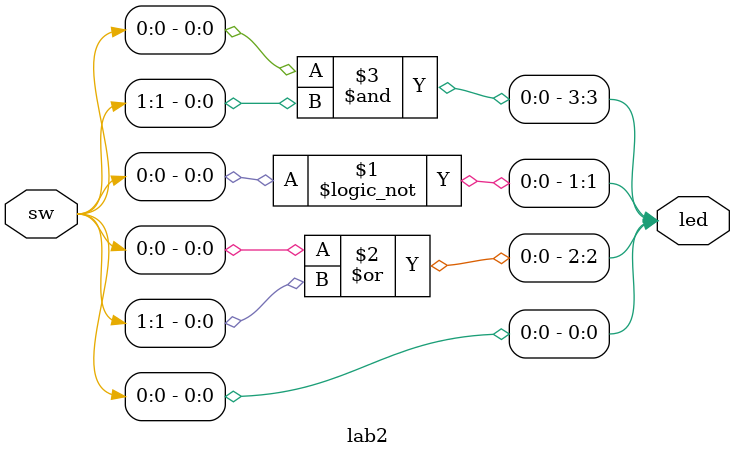
<source format=v>
`timescale 1ns / 1ps


module lab2(
    input [1:0] sw,
    output [3:0] led
    );
    assign led[0] = sw[0];
    assign led[1] = !sw[0];
    assign led[2] = sw[0]|sw[1];
    assign led[3] = sw[0]&sw[1];
    
endmodule

</source>
